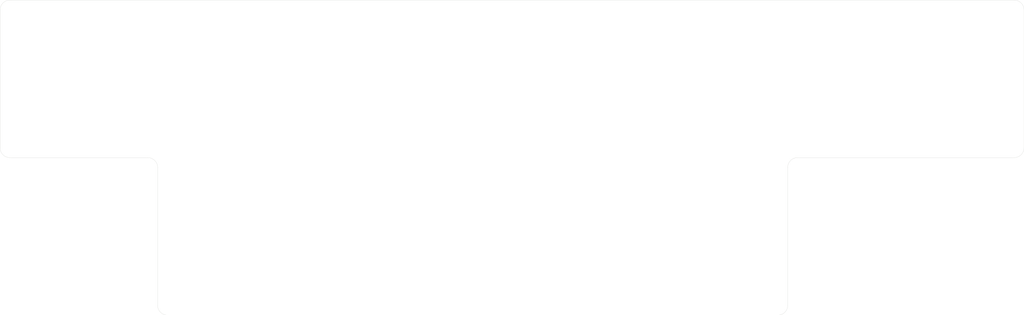
<source format=kicad_pcb>
(kicad_pcb (version 20210228) (generator pcbnew)
  (layers (0 "F.Cu" signal) (31 "B.Cu" signal) (34 "B.Paste" user) (35 "F.Paste" user) (36 "B.SilkS" user "B.Silkscreen") (37 "F.SilkS" user "F.Silkscreen") (38 "B.Mask" user) (39 "F.Mask" user) (44 "Edge.Cuts" user))
  (net 0 "")
  (footprint "MountingHole:MountingHole_2.2mm_M2" (layer "F.Cu") (at 46.83125 79.375)
    (fp_text reference "REF**" hide)
    (fp_text value "MountingHole_2.2mm_M2")
    (pad "1" np_thru_hole circle (at 0 0) (size 2.2 2.2) (drill 2.2) (layers *.Cu *.Mask))
  )
  (footprint "MountingHole:MountingHole_2.2mm_M2" (layer "F.Cu") (at 103.98125 79.375)
    (fp_text reference "REF**" hide)
    (fp_text value "MountingHole_2.2mm_M2")
    (pad "1" np_thru_hole circle (at 0 0) (size 2.2 2.2) (drill 2.2) (layers *.Cu *.Mask))
  )
  (footprint "MountingHole:MountingHole_2.2mm_M2" (layer "F.Cu") (at 84.93125 127)
    (fp_text reference "REF**" hide)
    (fp_text value "MountingHole_2.2mm_M2")
    (pad "1" np_thru_hole circle (at 0 0) (size 2.2 2.2) (drill 2.2) (layers *.Cu *.Mask))
  )
  (footprint "MountingHole:MountingHole_2.2mm_M2" (layer "F.Cu") (at 199.23125 127)
    (fp_text reference "REF**" hide)
    (fp_text value "MountingHole_2.2mm_M2")
    (pad "1" np_thru_hole circle (at 0 0) (size 2.2 2.2) (drill 2.2) (layers *.Cu *.Mask))
  )
  (footprint "MountingHole:MountingHole_2.2mm_M2" (layer "F.Cu") (at 180.18125 79.375)
    (fp_text reference "REF**" hide)
    (fp_text value "MountingHole_2.2mm_M2")
    (pad "1" np_thru_hole circle (at 0 0) (size 2.2 2.2) (drill 2.2) (layers *.Cu *.Mask))
  )
  (footprint "MountingHole:MountingHole_2.2mm_M2" (layer "F.Cu") (at 256.38125 79.375)
    (fp_text reference "REF**" hide)
    (fp_text value "MountingHole_2.2mm_M2")
    (pad "1" np_thru_hole circle (at 0 0) (size 2.2 2.2) (drill 2.2) (layers *.Cu *.Mask))
  )
  (gr_line (start 27.78125 62.70625) (end 27.78125 96.04375) (layer "Edge.Cuts") (width 0.05))
  (gr_line (start 275.43125 96.04375) (end 275.43125 62.70625) (layer "Edge.Cuts") (width 0.05))
  (gr_line (start 273.05 60.325) (end 30.1625 60.325) (layer "Edge.Cuts") (width 0.05))
  (gr_line (start 30.1625 98.425) (end 63.5 98.425) (layer "Edge.Cuts") (width 0.05))
  (gr_line (start 65.88125 100.80625) (end 65.88125 134.14375) (layer "Edge.Cuts") (width 0.05))
  (gr_line (start 68.2625 136.525) (end 215.9 136.525) (layer "Edge.Cuts") (width 0.05))
  (gr_line (start 218.28125 134.14375) (end 218.28125 100.80625) (layer "Edge.Cuts") (width 0.05))
  (gr_line (start 220.6625 98.425) (end 273.05 98.425) (layer "Edge.Cuts") (width 0.05))
  (gr_arc (start 68.2625 134.14375) (end 65.88125 134.14375) (angle -90) (layer "Edge.Cuts") (width 0.05))
  (gr_arc (start 63.5 100.80625) (end 65.88125 100.80625) (angle -90) (layer "Edge.Cuts") (width 0.05))
  (gr_arc (start 273.05 62.70625) (end 275.43125 62.70625) (angle -90) (layer "Edge.Cuts") (width 0.05))
  (gr_arc (start 273.05 96.04375) (end 273.05 98.425) (angle -90) (layer "Edge.Cuts") (width 0.05))
  (gr_arc (start 30.1625 62.70625) (end 30.1625 60.325) (angle -90) (layer "Edge.Cuts") (width 0.05))
  (gr_arc (start 220.6625 100.80625) (end 220.6625 98.425) (angle -90) (layer "Edge.Cuts") (width 0.05))
  (gr_arc (start 30.1625 96.04375) (end 27.78125 96.04375) (angle -90) (layer "Edge.Cuts") (width 0.05))
  (gr_arc (start 215.9 134.14375) (end 215.9 136.525) (angle -90) (layer "Edge.Cuts") (width 0.05))
)
</source>
